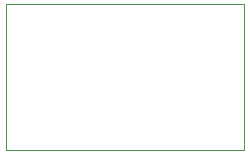
<source format=gm1>
G04 #@! TF.GenerationSoftware,KiCad,Pcbnew,(6.0.9)*
G04 #@! TF.CreationDate,2024-03-06T19:42:55+11:00*
G04 #@! TF.ProjectId,psneev8,70736e65-6576-4382-9e6b-696361645f70,rev?*
G04 #@! TF.SameCoordinates,Original*
G04 #@! TF.FileFunction,Profile,NP*
%FSLAX46Y46*%
G04 Gerber Fmt 4.6, Leading zero omitted, Abs format (unit mm)*
G04 Created by KiCad (PCBNEW (6.0.9)) date 2024-03-06 19:42:55*
%MOMM*%
%LPD*%
G01*
G04 APERTURE LIST*
G04 #@! TA.AperFunction,Profile*
%ADD10C,0.050000*%
G04 #@! TD*
G04 APERTURE END LIST*
D10*
X105537000Y-126394500D02*
X85400000Y-126394500D01*
X85400000Y-126394500D02*
X85400000Y-138781500D01*
X85400000Y-138781500D02*
X105537000Y-138781500D01*
X105537000Y-138781500D02*
X105537000Y-126394500D01*
M02*

</source>
